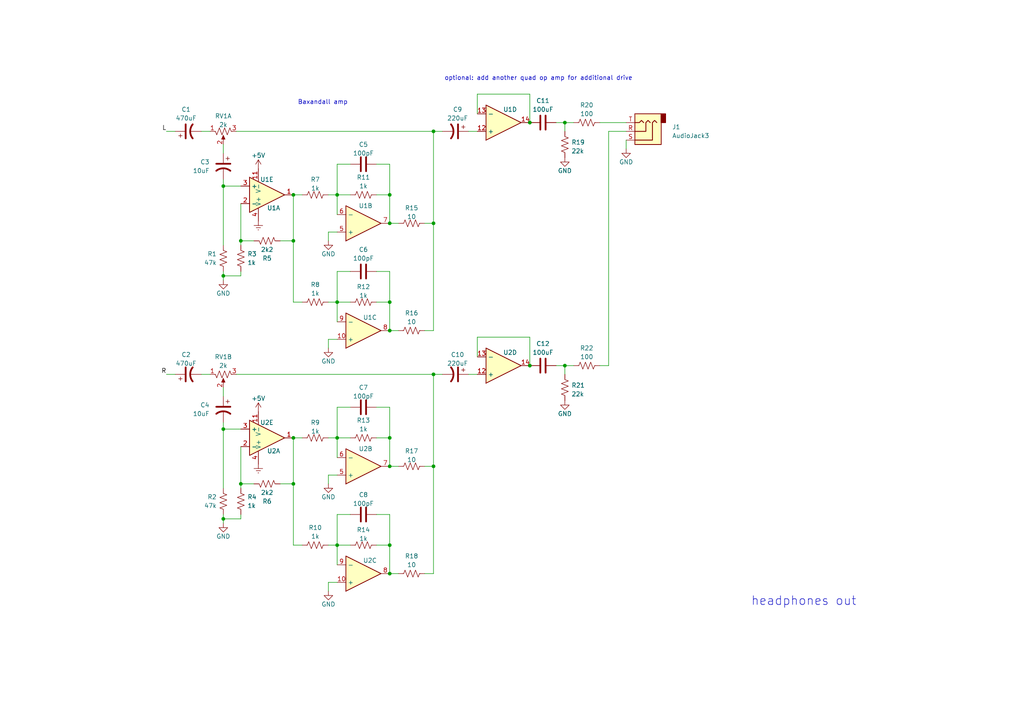
<source format=kicad_sch>
(kicad_sch (version 20230121) (generator eeschema)
  (paper "A4")
  (lib_symbols
    (symbol "Connector_Audio:AudioJack3"
      (property "Reference" "J" (at 0 8.89 0))
      (property "Value" "AudioJack3" (at 0 6.35 0))
      (symbol "AudioJack3_0_1"
        (rectangle (start -5.08 -5.08) (end -6.35 -2.54) (stroke (width 0.254)) (fill (type outline)))
        (polyline (pts (xy 0 -2.54) (xy 0.635 -3.175) (xy 1.27 -2.54) (xy 2.54 -2.54)) (stroke (width 0.254)))
        (polyline (pts (xy -1.905 -2.54) (xy -1.27 -3.175) (xy -0.635 -2.54) (xy -0.635 0) (xy 2.54 0)) (stroke (width 0.254)))
        (polyline (pts (xy 2.54 2.54) (xy -2.54 2.54) (xy -2.54 -2.54) (xy -3.175 -3.175) (xy -3.81 -2.54)) (stroke (width 0.254)))
        (rectangle (start 2.54 3.81) (end -5.08 -5.08) (stroke (width 0.254)) (fill (type background)))
      )
      (symbol "AudioJack3_1_1"
        (pin passive line (at 5.08 0 180) (length 2.54) (name "~") (number "R"))
        (pin passive line (at 5.08 2.54 180) (length 2.54) (name "~") (number "S"))
        (pin passive line (at 5.08 -2.54 180) (length 2.54) (name "~") (number "T"))
      )
    )
    (symbol "Device:C" (pin_numbers hide) (pin_names (offset 0.254))
      (property "Reference" "C" (at 0.635 2.54 0))
      (property "Value" "C" (at 0.635 -2.54 0))
      (symbol "C_0_1"
        (polyline (pts (xy -2.032 -0.762) (xy 2.032 -0.762)) (stroke (width 0.508)))
        (polyline (pts (xy -2.032 0.762) (xy 2.032 0.762)) (stroke (width 0.508)))
      )
      (symbol "C_1_1"
        (pin passive line (at 0 3.81 270) (length 2.794) (name "~") (number "1"))
        (pin passive line (at 0 -3.81 90) (length 2.794) (name "~") (number "2"))
      )
    )
    (symbol "Device:C_Polarized_US" (pin_numbers hide) (pin_names (offset 0.254) hide)
      (property "Reference" "C" (at 0.635 2.54 0))
      (property "Value" "C_Polarized_US" (at 0.635 -2.54 0))
      (symbol "C_Polarized_US_0_1"
        (polyline (pts (xy -2.032 0.762) (xy 2.032 0.762)) (stroke (width 0.508)))
        (polyline (pts (xy -1.778 2.286) (xy -0.762 2.286)))
        (polyline (pts (xy -1.27 1.778) (xy -1.27 2.794)))
        (arc (start 2.032 -1.27) (mid 0 -0.5572) (end -2.032 -1.27) (stroke (width 0.508)))
      )
      (symbol "C_Polarized_US_1_1"
        (pin passive line (at 0 3.81 270) (length 2.794) (name "~") (number "1"))
        (pin passive line (at 0 -3.81 90) (length 3.302) (name "~") (number "2"))
      )
    )
    (symbol "Device:Opamp_Quad"
      (property "Reference" "U" (at 0 5.08 0))
      (property "Value" "Opamp_Quad" (at 0 -5.08 0))
      (symbol "Opamp_Quad_1_1"
        (polyline (pts (xy -5.08 5.08) (xy 5.08 0) (xy -5.08 -5.08) (xy -5.08 5.08)) (stroke (width 0.254)) (fill (type background)))
        (pin output line (at 7.62 0 180) (length 2.54) (name "~") (number "1"))
        (pin input line (at -7.62 -2.54 0) (length 2.54) (name "-") (number "2"))
        (pin input line (at -7.62 2.54 0) (length 2.54) (name "+") (number "3"))
      )
      (symbol "Opamp_Quad_2_1"
        (polyline (pts (xy -5.08 5.08) (xy 5.08 0) (xy -5.08 -5.08) (xy -5.08 5.08)) (stroke (width 0.254)) (fill (type background)))
        (pin input line (at -7.62 2.54 0) (length 2.54) (name "+") (number "5"))
        (pin input line (at -7.62 -2.54 0) (length 2.54) (name "-") (number "6"))
        (pin output line (at 7.62 0 180) (length 2.54) (name "~") (number "7"))
      )
      (symbol "Opamp_Quad_3_1"
        (polyline (pts (xy -5.08 5.08) (xy 5.08 0) (xy -5.08 -5.08) (xy -5.08 5.08)) (stroke (width 0.254)) (fill (type background)))
        (pin input line (at -7.62 2.54 0) (length 2.54) (name "+") (number "10"))
        (pin output line (at 7.62 0 180) (length 2.54) (name "~") (number "8"))
        (pin input line (at -7.62 -2.54 0) (length 2.54) (name "-") (number "9"))
      )
      (symbol "Opamp_Quad_4_1"
        (polyline (pts (xy -5.08 5.08) (xy 5.08 0) (xy -5.08 -5.08) (xy -5.08 5.08)) (stroke (width 0.254)) (fill (type background)))
        (pin input line (at -7.62 2.54 0) (length 2.54) (name "+") (number "12"))
        (pin input line (at -7.62 -2.54 0) (length 2.54) (name "-") (number "13"))
        (pin output line (at 7.62 0 180) (length 2.54) (name "~") (number "14"))
      )
      (symbol "Opamp_Quad_5_1"
        (pin power_in line (at -2.54 -7.62 90) (length 3.81) (name "V-") (number "11"))
        (pin power_in line (at -2.54 7.62 270) (length 3.81) (name "V+") (number "4"))
      )
    )
    (symbol "Device:R_US" (pin_numbers hide) (pin_names (offset 0))
      (property "Reference" "R" (at 2.54 0 90))
      (property "Value" "R_US" (at -2.54 0 90))
      (symbol "R_US_0_1"
        (polyline (pts (xy 0 -2.286) (xy 0 -2.54)))
        (polyline (pts (xy 0 2.286) (xy 0 2.54)))
        (polyline (pts (xy 0 -0.762) (xy 1.016 -1.143) (xy 0 -1.524) (xy -1.016 -1.905) (xy 0 -2.286)))
        (polyline (pts (xy 0 0.762) (xy 1.016 0.381) (xy 0 0) (xy -1.016 -0.381) (xy 0 -0.762)))
        (polyline (pts (xy 0 2.286) (xy 1.016 1.905) (xy 0 1.524) (xy -1.016 1.143) (xy 0 0.762)))
      )
      (symbol "R_US_1_1"
        (pin passive line (at 0 3.81 270) (length 1.27) (name "~") (number "1"))
        (pin passive line (at 0 -3.81 90) (length 1.27) (name "~") (number "2"))
      )
    )
    (symbol "openmic:R_Potentiometer_US_Dual" (pin_names (offset 1.016) hide)
      (property "Reference" "RV" (at -4.445 0 90))
      (property "Value" "R_Potentiometer_US_Dual" (at -2.54 0 90))
      (symbol "R_Potentiometer_US_Dual_0_1"
        (polyline (pts (xy 0 -2.286) (xy 0 -2.54)))
        (polyline (pts (xy 0 2.54) (xy 0 2.286)))
        (polyline (pts (xy 2.54 0) (xy 1.524 0)))
        (polyline (pts (xy 1.143 0) (xy 2.286 0.508) (xy 2.286 -0.508) (xy 1.143 0)) (fill (type outline)))
        (polyline (pts (xy 0 -0.762) (xy 1.016 -1.143) (xy 0 -1.524) (xy -1.016 -1.905) (xy 0 -2.286)))
        (polyline (pts (xy 0 0.762) (xy 1.016 0.381) (xy 0 0) (xy -1.016 -0.381) (xy 0 -0.762)))
        (polyline (pts (xy 0 2.286) (xy 1.016 1.905) (xy 0 1.524) (xy -1.016 1.143) (xy 0 0.762)))
      )
      (symbol "R_Potentiometer_US_Dual_1_1"
        (pin passive line (at 0 3.81 270) (length 1.27) (name "1") (number "1"))
        (pin passive line (at 3.81 0 180) (length 1.27) (name "2") (number "2"))
        (pin passive line (at 0 -3.81 90) (length 1.27) (name "3") (number "3"))
      )
      (symbol "R_Potentiometer_US_Dual_2_1"
        (pin passive line (at 0 3.81 270) (length 1.27) (name "1") (number "1"))
        (pin passive line (at 3.81 0 180) (length 1.27) (name "2") (number "2"))
        (pin passive line (at 0 -3.81 90) (length 1.27) (name "3") (number "3"))
      )
    )
    (symbol "power:+5V" (power) (pin_names (offset 0))
      (property "Value" "+5V" (at 0 3.556 0))
      (symbol "+5V_0_1"
        (polyline (pts (xy -0.762 1.27) (xy 0 2.54)))
        (polyline (pts (xy 0 0) (xy 0 2.54)))
        (polyline (pts (xy 0 2.54) (xy 0.762 1.27)))
      )
      (symbol "+5V_1_1"
        (pin power_in line (at 0 0 90) (length 0) hide (name "+5V") (number "1"))
      )
    )
    (symbol "power:Earth" (power) (pin_names (offset 0))
      (symbol "Earth_0_1"
        (polyline (pts (xy -0.635 -1.905) (xy 0.635 -1.905)))
        (polyline (pts (xy -0.127 -2.54) (xy 0.127 -2.54)))
        (polyline (pts (xy 0 -1.27) (xy 0 0)))
        (polyline (pts (xy 1.27 -1.27) (xy -1.27 -1.27)))
      )
      (symbol "Earth_1_1"
        (pin power_in line (at 0 0 270) (length 0) hide (name "Earth") (number "1"))
      )
    )
    (symbol "power:GND" (power) (pin_names (offset 0))
      (property "Value" "GND" (at 0 -3.81 0))
      (symbol "GND_0_1"
        (polyline (pts (xy 0 0) (xy 0 -1.27) (xy 1.27 -1.27) (xy 0 -2.54) (xy -1.27 -1.27) (xy 0 -1.27)))
      )
      (symbol "GND_1_1"
        (pin power_in line (at 0 0 270) (length 0) hide (name "GND") (number "1"))
      )
    )
  )
  (junction (at 97.79 56.515))
  (junction (at 69.85 69.85))
  (junction (at 163.83 106.045))
  (junction (at 125.73 38.1))
  (junction (at 64.77 150.495))
  (junction (at 125.73 135.255))
  (junction (at 113.03 56.515))
  (junction (at 85.09 69.85))
  (junction (at 113.03 166.37))
  (junction (at 153.67 106.045))
  (junction (at 125.73 108.585))
  (junction (at 64.77 124.46))
  (junction (at 113.03 158.115))
  (junction (at 97.79 127))
  (junction (at 113.03 64.77))
  (junction (at 69.85 140.335))
  (junction (at 64.77 80.01))
  (junction (at 85.09 56.515))
  (junction (at 113.03 135.255))
  (junction (at 113.03 95.885))
  (junction (at 97.79 158.115))
  (junction (at 125.73 64.77))
  (junction (at 113.03 127))
  (junction (at 153.67 35.56))
  (junction (at 97.79 87.63))
  (junction (at 85.09 140.335))
  (junction (at 85.09 127))
  (junction (at 163.83 35.56))
  (junction (at 113.03 87.63))
  (junction (at 64.77 53.975))
  (wire (pts (xy 163.83 106.045) (xy 163.83 108.585)))
  (wire (pts (xy 95.25 98.425) (xy 97.79 98.425)))
  (wire (pts (xy 109.22 78.74) (xy 113.03 78.74)))
  (wire (pts (xy 125.73 135.255) (xy 125.73 166.37)))
  (wire (pts (xy 138.43 103.505) (xy 138.43 97.79)))
  (wire (pts (xy 69.85 129.54) (xy 69.85 140.335)))
  (wire (pts (xy 48.26 108.585) (xy 50.8 108.585)))
  (wire (pts (xy 95.25 100.965) (xy 95.25 98.425)))
  (wire (pts (xy 64.77 80.01) (xy 64.77 81.28)))
  (wire (pts (xy 73.66 140.335) (xy 69.85 140.335)))
  (wire (pts (xy 85.09 69.85) (xy 85.09 87.63)))
  (wire (pts (xy 109.22 87.63) (xy 113.03 87.63)))
  (wire (pts (xy 176.53 106.045) (xy 176.53 38.1)))
  (wire (pts (xy 109.22 158.115) (xy 113.03 158.115)))
  (wire (pts (xy 97.79 56.515) (xy 95.25 56.515)))
  (wire (pts (xy 113.03 118.11) (xy 113.03 127)))
  (wire (pts (xy 69.85 124.46) (xy 64.77 124.46)))
  (wire (pts (xy 64.77 122.555) (xy 64.77 124.46)))
  (wire (pts (xy 153.67 27.305) (xy 153.67 35.56)))
  (wire (pts (xy 125.73 135.255) (xy 123.19 135.255)))
  (wire (pts (xy 69.85 150.495) (xy 64.77 150.495)))
  (wire (pts (xy 85.09 87.63) (xy 87.63 87.63)))
  (wire (pts (xy 173.99 35.56) (xy 181.61 35.56)))
  (wire (pts (xy 97.79 127) (xy 101.6 127)))
  (wire (pts (xy 81.28 69.85) (xy 85.09 69.85)))
  (wire (pts (xy 161.29 106.045) (xy 163.83 106.045)))
  (wire (pts (xy 60.96 38.1) (xy 58.42 38.1)))
  (wire (pts (xy 64.77 150.495) (xy 64.77 151.765)))
  (wire (pts (xy 109.22 149.225) (xy 113.03 149.225)))
  (wire (pts (xy 69.85 53.975) (xy 64.77 53.975)))
  (wire (pts (xy 85.09 127) (xy 85.09 140.335)))
  (wire (pts (xy 95.25 168.91) (xy 97.79 168.91)))
  (wire (pts (xy 125.73 64.77) (xy 125.73 95.885)))
  (wire (pts (xy 97.79 163.83) (xy 97.79 158.115)))
  (wire (pts (xy 97.79 47.625) (xy 101.6 47.625)))
  (wire (pts (xy 60.96 108.585) (xy 58.42 108.585)))
  (wire (pts (xy 97.79 62.23) (xy 97.79 56.515)))
  (wire (pts (xy 85.09 127) (xy 87.63 127)))
  (wire (pts (xy 97.79 149.225) (xy 101.6 149.225)))
  (wire (pts (xy 95.25 171.45) (xy 95.25 168.91)))
  (wire (pts (xy 97.79 87.63) (xy 95.25 87.63)))
  (wire (pts (xy 176.53 38.1) (xy 181.61 38.1)))
  (wire (pts (xy 97.79 158.115) (xy 97.79 149.225)))
  (wire (pts (xy 113.03 135.255) (xy 115.57 135.255)))
  (wire (pts (xy 109.22 47.625) (xy 113.03 47.625)))
  (wire (pts (xy 95.25 67.31) (xy 97.79 67.31)))
  (wire (pts (xy 135.89 108.585) (xy 138.43 108.585)))
  (wire (pts (xy 97.79 127) (xy 95.25 127)))
  (wire (pts (xy 125.73 108.585) (xy 125.73 135.255)))
  (wire (pts (xy 81.28 140.335) (xy 85.09 140.335)))
  (wire (pts (xy 113.03 127) (xy 113.03 135.255)))
  (wire (pts (xy 69.85 59.055) (xy 69.85 69.85)))
  (wire (pts (xy 113.03 64.77) (xy 115.57 64.77)))
  (wire (pts (xy 97.79 118.11) (xy 101.6 118.11)))
  (wire (pts (xy 97.79 78.74) (xy 101.6 78.74)))
  (wire (pts (xy 138.43 33.02) (xy 138.43 27.305)))
  (wire (pts (xy 181.61 40.64) (xy 181.61 43.18)))
  (wire (pts (xy 113.03 149.225) (xy 113.03 158.115)))
  (wire (pts (xy 64.77 53.975) (xy 64.77 71.12)))
  (wire (pts (xy 97.79 158.115) (xy 101.6 158.115)))
  (wire (pts (xy 48.26 38.1) (xy 50.8 38.1)))
  (wire (pts (xy 97.79 87.63) (xy 97.79 78.74)))
  (wire (pts (xy 69.85 69.85) (xy 69.85 71.12)))
  (wire (pts (xy 69.85 80.01) (xy 69.85 78.74)))
  (wire (pts (xy 153.67 97.79) (xy 153.67 106.045)))
  (wire (pts (xy 85.09 158.115) (xy 87.63 158.115)))
  (wire (pts (xy 128.27 38.1) (xy 125.73 38.1)))
  (wire (pts (xy 95.25 140.335) (xy 95.25 137.795)))
  (wire (pts (xy 161.29 35.56) (xy 163.83 35.56)))
  (wire (pts (xy 109.22 118.11) (xy 113.03 118.11)))
  (wire (pts (xy 163.83 35.56) (xy 166.37 35.56)))
  (wire (pts (xy 95.25 137.795) (xy 97.79 137.795)))
  (wire (pts (xy 113.03 87.63) (xy 113.03 95.885)))
  (wire (pts (xy 85.09 56.515) (xy 85.09 69.85)))
  (wire (pts (xy 64.77 150.495) (xy 64.77 149.225)))
  (wire (pts (xy 68.58 38.1) (xy 125.73 38.1)))
  (wire (pts (xy 64.77 41.91) (xy 64.77 44.45)))
  (wire (pts (xy 64.77 52.07) (xy 64.77 53.975)))
  (wire (pts (xy 64.77 124.46) (xy 64.77 141.605)))
  (wire (pts (xy 123.19 166.37) (xy 125.73 166.37)))
  (wire (pts (xy 95.25 69.85) (xy 95.25 67.31)))
  (wire (pts (xy 97.79 56.515) (xy 97.79 47.625)))
  (wire (pts (xy 68.58 108.585) (xy 125.73 108.585)))
  (wire (pts (xy 97.79 93.345) (xy 97.79 87.63)))
  (wire (pts (xy 135.89 38.1) (xy 138.43 38.1)))
  (wire (pts (xy 128.27 108.585) (xy 125.73 108.585)))
  (wire (pts (xy 97.79 132.715) (xy 97.79 127)))
  (wire (pts (xy 97.79 87.63) (xy 101.6 87.63)))
  (wire (pts (xy 125.73 64.77) (xy 123.19 64.77)))
  (wire (pts (xy 64.77 112.395) (xy 64.77 114.935)))
  (wire (pts (xy 69.85 80.01) (xy 64.77 80.01)))
  (wire (pts (xy 163.83 35.56) (xy 163.83 38.1)))
  (wire (pts (xy 113.03 78.74) (xy 113.03 87.63)))
  (wire (pts (xy 64.77 80.01) (xy 64.77 78.74)))
  (wire (pts (xy 73.66 69.85) (xy 69.85 69.85)))
  (wire (pts (xy 97.79 56.515) (xy 101.6 56.515)))
  (wire (pts (xy 113.03 166.37) (xy 115.57 166.37)))
  (wire (pts (xy 85.09 140.335) (xy 85.09 158.115)))
  (wire (pts (xy 69.85 150.495) (xy 69.85 149.225)))
  (wire (pts (xy 125.73 38.1) (xy 125.73 64.77)))
  (wire (pts (xy 69.85 140.335) (xy 69.85 141.605)))
  (wire (pts (xy 138.43 27.305) (xy 153.67 27.305)))
  (wire (pts (xy 113.03 56.515) (xy 113.03 64.77)))
  (wire (pts (xy 163.83 106.045) (xy 166.37 106.045)))
  (wire (pts (xy 97.79 127) (xy 97.79 118.11)))
  (wire (pts (xy 138.43 97.79) (xy 153.67 97.79)))
  (wire (pts (xy 97.79 158.115) (xy 95.25 158.115)))
  (wire (pts (xy 109.22 127) (xy 113.03 127)))
  (wire (pts (xy 123.19 95.885) (xy 125.73 95.885)))
  (wire (pts (xy 176.53 106.045) (xy 173.99 106.045)))
  (wire (pts (xy 109.22 56.515) (xy 113.03 56.515)))
  (wire (pts (xy 85.09 56.515) (xy 87.63 56.515)))
  (wire (pts (xy 113.03 47.625) (xy 113.03 56.515)))
  (wire (pts (xy 113.03 95.885) (xy 115.57 95.885)))
  (wire (pts (xy 113.03 158.115) (xy 113.03 166.37)))
  (text "Baxandall amp" (at 86.36 30.48 0) (effects (font (size 1.27 1.27)) (justify left bottom)))
  (text "headphones out" (at 217.805 175.895 0) (effects (font (size 2.54 2.54)) (justify left bottom)))
  (text "optional: add another quad op amp for additional drive" (at 128.905 23.495 0) (effects (font (size 1.27 1.27)) (justify left bottom)))
  (label "R" (at 48.26 108.585 180))
  (label "L" (at 48.26 38.1 180))
  (symbol (lib_id "Device:R_US") (at 119.38 95.885 90) (unit 1)
    (property "Reference" "R16" (at 119.38 90.805 90))
    (property "Value" "10" (at 119.38 93.345 90))
  )
  (symbol (lib_id "power:GND") (at 64.77 151.765 0) (unit 1)
    (property "Reference" "#PWR02" (effects hide))
    (property "Value" "GND" (at 64.77 155.575 0))
  )
  (symbol (lib_id "Device:R_US") (at 64.77 145.415 180) (unit 1)
    (property "Reference" "R2" (at 62.865 144.145 0) (effects (justify left)))
    (property "Value" "47k" (at 62.865 146.685 0) (effects (justify left)))
  )
  (symbol (lib_id "Device:C_Polarized_US") (at 64.77 118.745 0) (mirror y) (unit 1)
    (property "Reference" "C4" (at 60.7948 117.475 0) (effects (justify left)))
    (property "Value" "10uF" (at 60.7948 120.015 0) (effects (justify left)))
  )
  (symbol (lib_id "Device:R_US") (at 91.44 56.515 90) (unit 1)
    (property "Reference" "R7" (at 91.44 52.07 90))
    (property "Value" "1k" (at 91.44 54.61 90))
  )
  (symbol (lib_id "power:GND") (at 163.83 116.205 0) (unit 1)
    (property "Reference" "#PWR013" (effects hide))
    (property "Value" "GND" (at 163.83 120.015 0))
  )
  (symbol (lib_id "Device:R_US") (at 77.47 69.85 90) (mirror x) (unit 1)
    (property "Reference" "R5" (at 77.47 74.93 90))
    (property "Value" "2k2" (at 77.47 72.39 90))
  )
  (symbol (lib_id "Device:Opamp_Quad") (at 105.41 135.255 0) (mirror x) (unit 2)
    (property "Reference" "U2" (at 106.045 130.175 0))
    (property "Value" "Opamp_Quad" (effects hide))
  )
  (symbol (lib_id "Device:Opamp_Quad") (at 146.05 35.56 0) (mirror x) (unit 4)
    (property "Reference" "U1" (at 147.955 31.75 0))
    (property "Value" "Opamp_Quad" (effects hide))
  )
  (symbol (lib_id "openmic:R_Potentiometer_US_Dual") (at 64.77 38.1 90) (mirror x) (unit 1)
    (property "Reference" "RV1" (at 64.77 33.655 90))
    (property "Value" "2k" (at 64.77 36.195 90))
  )
  (symbol (lib_id "Device:Opamp_Quad") (at 146.05 106.045 0) (mirror x) (unit 4)
    (property "Reference" "U2" (at 147.955 102.235 0))
    (property "Value" "Opamp_Quad" (effects hide))
  )
  (symbol (lib_id "power:GND") (at 95.25 69.85 0) (unit 1)
    (property "Reference" "#PWR07" (effects hide))
    (property "Value" "GND" (at 95.25 73.66 0))
  )
  (symbol (lib_id "Device:R_US") (at 119.38 166.37 90) (unit 1)
    (property "Reference" "R18" (at 119.38 161.29 90))
    (property "Value" "10" (at 119.38 163.83 90))
  )
  (symbol (lib_id "Device:C") (at 105.41 78.74 90) (unit 1)
    (property "Reference" "C6" (at 105.41 72.39 90))
    (property "Value" "100pF" (at 105.41 74.93 90))
  )
  (symbol (lib_id "Device:C_Polarized_US") (at 54.61 108.585 90) (unit 1)
    (property "Reference" "C2" (at 53.975 102.87 90))
    (property "Value" "470uF" (at 53.975 105.41 90))
  )
  (symbol (lib_id "Device:Opamp_Quad") (at 105.41 166.37 0) (mirror x) (unit 3)
    (property "Reference" "U2" (at 107.315 162.56 0))
    (property "Value" "Opamp_Quad" (effects hide))
  )
  (symbol (lib_id "Device:C") (at 157.48 35.56 90) (unit 1)
    (property "Reference" "C11" (at 157.48 29.21 90))
    (property "Value" "100uF" (at 157.48 31.75 90))
  )
  (symbol (lib_id "Device:R_US") (at 170.18 106.045 270) (unit 1)
    (property "Reference" "R22" (at 170.18 100.965 90))
    (property "Value" "100" (at 170.18 103.505 90))
  )
  (symbol (lib_id "Device:C_Polarized_US") (at 54.61 38.1 90) (unit 1)
    (property "Reference" "C1" (at 53.975 31.75 90))
    (property "Value" "470uF" (at 53.975 34.29 90))
  )
  (symbol (lib_id "Device:R_US") (at 119.38 64.77 90) (unit 1)
    (property "Reference" "R15" (at 119.38 60.325 90))
    (property "Value" "10" (at 119.38 62.865 90))
  )
  (symbol (lib_id "Device:C_Polarized_US") (at 64.77 48.26 0) (mirror y) (unit 1)
    (property "Reference" "C3" (at 60.7948 46.99 0) (effects (justify left)))
    (property "Value" "10uF" (at 60.7948 49.53 0) (effects (justify left)))
  )
  (symbol (lib_id "power:Earth") (at 74.93 64.135 0) (unit 1)
    (property "Reference" "#PWR04" (effects hide))
    (property "Value" "Earth" (effects hide))
  )
  (symbol (lib_id "Device:R_US") (at 105.41 56.515 90) (unit 1)
    (property "Reference" "R11" (at 105.41 51.435 90))
    (property "Value" "1k" (at 105.41 53.975 90))
  )
  (symbol (lib_id "Device:Opamp_Quad") (at 77.47 127 0) (unit 1)
    (property "Reference" "U2" (at 79.375 130.81 0))
    (property "Value" "Opamp_Quad" (effects hide))
  )
  (symbol (lib_id "Device:R_US") (at 77.47 140.335 90) (mirror x) (unit 1)
    (property "Reference" "R6" (at 77.47 145.415 90))
    (property "Value" "2k2" (at 77.47 142.875 90))
  )
  (symbol (lib_id "power:GND") (at 95.25 100.965 0) (unit 1)
    (property "Reference" "#PWR08" (effects hide))
    (property "Value" "GND" (at 95.25 104.775 0))
  )
  (symbol (lib_id "Device:R_US") (at 105.41 87.63 90) (unit 1)
    (property "Reference" "R12" (at 105.41 83.185 90))
    (property "Value" "1k" (at 105.41 85.725 90))
  )
  (symbol (lib_id "power:+5V") (at 74.93 119.38 0) (unit 1)
    (property "Reference" "#PWR05" (effects hide))
    (property "Value" "+5V" (at 74.93 115.57 0))
  )
  (symbol (lib_id "Device:Opamp_Quad") (at 77.47 56.515 0) (unit 1)
    (property "Reference" "U1" (at 79.375 60.325 0))
    (property "Value" "Opamp_Quad" (effects hide))
  )
  (symbol (lib_id "Device:R_US") (at 119.38 135.255 90) (unit 1)
    (property "Reference" "R17" (at 119.38 130.81 90))
    (property "Value" "10" (at 119.38 133.35 90))
  )
  (symbol (lib_id "Device:C") (at 157.48 106.045 90) (unit 1)
    (property "Reference" "C12" (at 157.48 99.695 90))
    (property "Value" "100uF" (at 157.48 102.235 90))
  )
  (symbol (lib_id "power:GND") (at 95.25 140.335 0) (unit 1)
    (property "Reference" "#PWR09" (effects hide))
    (property "Value" "GND" (at 95.25 144.145 0))
  )
  (symbol (lib_id "Device:R_US") (at 105.41 127 90) (unit 1)
    (property "Reference" "R13" (at 105.41 121.92 90))
    (property "Value" "1k" (at 105.41 124.46 90))
  )
  (symbol (lib_id "Device:R_US") (at 69.85 145.415 180) (unit 1)
    (property "Reference" "R4" (at 71.755 144.145 0) (effects (justify right)))
    (property "Value" "1k" (at 71.755 146.685 0) (effects (justify right)))
  )
  (symbol (lib_id "Device:R_US") (at 64.77 74.93 180) (unit 1)
    (property "Reference" "R1" (at 62.865 73.66 0) (effects (justify left)))
    (property "Value" "47k" (at 62.865 76.2 0) (effects (justify left)))
  )
  (symbol (lib_id "Device:Opamp_Quad") (at 105.41 64.77 0) (mirror x) (unit 2)
    (property "Reference" "U1" (at 106.045 59.69 0))
    (property "Value" "Opamp_Quad" (effects hide))
  )
  (symbol (lib_id "Device:C") (at 105.41 149.225 90) (unit 1)
    (property "Reference" "C8" (at 105.41 143.51 90))
    (property "Value" "100pF" (at 105.41 146.05 90))
  )
  (symbol (lib_id "power:Earth") (at 74.93 134.62 0) (unit 1)
    (property "Reference" "#PWR06" (effects hide))
    (property "Value" "Earth" (effects hide))
  )
  (symbol (lib_id "power:GND") (at 95.25 171.45 0) (unit 1)
    (property "Reference" "#PWR010" (effects hide))
    (property "Value" "GND" (at 95.25 175.26 0))
  )
  (symbol (lib_id "Device:Opamp_Quad") (at 105.41 95.885 0) (mirror x) (unit 3)
    (property "Reference" "U1" (at 107.315 92.075 0))
    (property "Value" "Opamp_Quad" (effects hide))
  )
  (symbol (lib_id "power:GND") (at 181.61 43.18 0) (unit 1)
    (property "Reference" "#PWR011" (effects hide))
    (property "Value" "GND" (at 181.61 46.99 0))
  )
  (symbol (lib_id "power:GND") (at 64.77 81.28 0) (unit 1)
    (property "Reference" "#PWR01" (effects hide))
    (property "Value" "GND" (at 64.77 85.09 0))
  )
  (symbol (lib_id "Connector_Audio:AudioJack3") (at 186.69 38.1 180) (unit 1)
    (property "Reference" "J1" (at 194.945 36.83 0) (effects (justify right)))
    (property "Value" "AudioJack3" (at 194.945 39.37 0) (effects (justify right)))
  )
  (symbol (lib_id "Device:R_US") (at 105.41 158.115 90) (unit 1)
    (property "Reference" "R14" (at 105.41 153.67 90))
    (property "Value" "1k" (at 105.41 156.21 90))
  )
  (symbol (lib_id "Device:Opamp_Quad") (at 77.47 127 0) (mirror x) (unit 5)
    (property "Reference" "U2" (at 79.375 122.555 0) (effects (justify right)))
    (property "Value" "Opamp_Quad" (effects hide))
  )
  (symbol (lib_id "power:+5V") (at 74.93 48.895 0) (unit 1)
    (property "Reference" "#PWR03" (effects hide))
    (property "Value" "+5V" (at 74.93 45.085 0))
  )
  (symbol (lib_id "Device:R_US") (at 91.44 158.115 90) (unit 1)
    (property "Reference" "R10" (at 91.44 153.035 90))
    (property "Value" "1k" (at 91.44 155.575 90))
  )
  (symbol (lib_id "Device:R_US") (at 163.83 112.395 180) (unit 1)
    (property "Reference" "R21" (at 165.735 111.76 0) (effects (justify right)))
    (property "Value" "22k" (at 165.735 114.3 0) (effects (justify right)))
  )
  (symbol (lib_id "power:GND") (at 163.83 45.72 0) (unit 1)
    (property "Reference" "#PWR012" (effects hide))
    (property "Value" "GND" (at 163.83 49.53 0))
  )
  (symbol (lib_id "Device:R_US") (at 91.44 87.63 90) (unit 1)
    (property "Reference" "R8" (at 91.44 82.55 90))
    (property "Value" "1k" (at 91.44 85.09 90))
  )
  (symbol (lib_id "Device:C_Polarized_US") (at 132.08 38.1 270) (unit 1)
    (property "Reference" "C9" (at 132.715 31.75 90))
    (property "Value" "220uF" (at 132.715 34.29 90))
  )
  (symbol (lib_id "Device:C_Polarized_US") (at 132.08 108.585 270) (unit 1)
    (property "Reference" "C10" (at 132.715 102.87 90))
    (property "Value" "220uF" (at 132.715 105.41 90))
  )
  (symbol (lib_id "Device:R_US") (at 170.18 35.56 270) (unit 1)
    (property "Reference" "R20" (at 170.18 30.48 90))
    (property "Value" "100" (at 170.18 33.02 90))
  )
  (symbol (lib_id "Device:R_US") (at 163.83 41.91 180) (unit 1)
    (property "Reference" "R19" (at 165.735 41.275 0) (effects (justify right)))
    (property "Value" "22k" (at 165.735 43.815 0) (effects (justify right)))
  )
  (symbol (lib_id "Device:C") (at 105.41 47.625 90) (unit 1)
    (property "Reference" "C5" (at 105.41 41.91 90))
    (property "Value" "100pF" (at 105.41 44.45 90))
  )
  (symbol (lib_id "Device:Opamp_Quad") (at 77.47 56.515 0) (mirror x) (unit 5)
    (property "Reference" "U1" (at 79.375 52.07 0) (effects (justify right)))
    (property "Value" "Opamp_Quad" (effects hide))
  )
  (symbol (lib_id "openmic:R_Potentiometer_US_Dual") (at 64.77 108.585 90) (mirror x) (unit 2)
    (property "Reference" "RV1" (at 64.77 103.505 90))
    (property "Value" "2k" (at 64.77 106.045 90))
  )
  (symbol (lib_id "Device:R_US") (at 69.85 74.93 180) (unit 1)
    (property "Reference" "R3" (at 71.755 73.66 0) (effects (justify right)))
    (property "Value" "1k" (at 71.755 76.2 0) (effects (justify right)))
  )
  (symbol (lib_id "Device:C") (at 105.41 118.11 90) (unit 1)
    (property "Reference" "C7" (at 105.41 112.395 90))
    (property "Value" "100pF" (at 105.41 114.935 90))
  )
  (symbol (lib_id "Device:R_US") (at 91.44 127 90) (unit 1)
    (property "Reference" "R9" (at 91.44 122.555 90))
    (property "Value" "1k" (at 91.44 125.095 90))
  )
)
</source>
